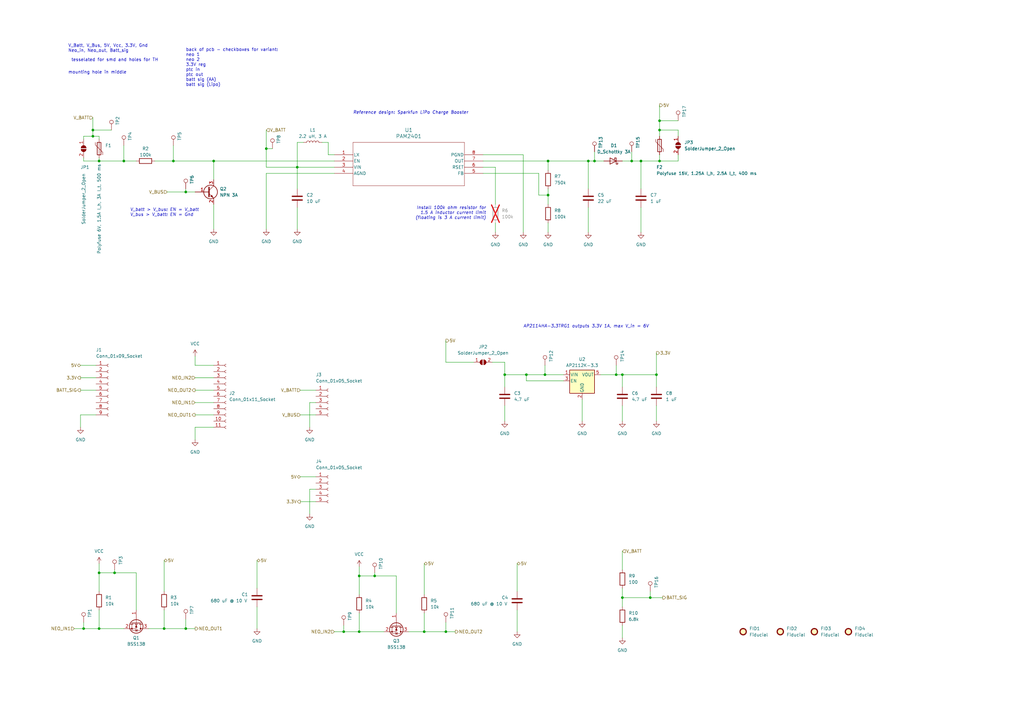
<source format=kicad_sch>
(kicad_sch (version 20230121) (generator eeschema)
  (paper "A3")
  (lib_symbols
    (symbol "!EK_Library:2N2222" (pin_names (offset 0) hide)
      (property "Reference" "Q" (at 5.08 1.905 0))
      (property "Value" "2N2222" (at 5.08 0 0))
      (symbol "2N2222_0_1"
        (polyline (pts (xy 0.635 0.635) (xy 2.54 2.54)))
        (polyline (pts (xy 0.635 -0.635) (xy 2.54 -2.54) (xy 2.54 -2.54)))
        (polyline (pts (xy 0.635 1.905) (xy 0.635 -1.905) (xy 0.635 -1.905)) (stroke (width 0.508)))
        (polyline (pts (xy 1.27 -1.778) (xy 1.778 -1.27) (xy 2.286 -2.286) (xy 1.27 -1.778) (xy 1.27 -1.778)) (fill (type outline)))
        (circle (center 1.27 0) (radius 2.8194) (stroke (width 0.254)))
      )
      (symbol "2N2222_1_1"
        (pin passive line (at -5.08 0 0) (length 5.715) (name "B") (number "1"))
        (pin passive line (at 2.54 -5.08 90) (length 2.54) (name "E") (number "2"))
        (pin passive line (at 2.54 5.08 270) (length 2.54) (name "C") (number "3"))
      )
    )
    (symbol "!EK_Library:PAM2401" (pin_names (offset 0.254))
      (property "Reference" "U" (at 22.86 5.08 0))
      (property "Value" "PAM2401" (at 22.86 2.54 0))
      (symbol "PAM2401_0_1"
        (polyline (pts (xy 0 -17.78) (xy 45.72 -17.78)) (stroke (width 0.127)))
        (polyline (pts (xy 0 0) (xy 0 -17.78)) (stroke (width 0.127)))
        (polyline (pts (xy 45.72 -17.78) (xy 45.72 0)) (stroke (width 0.127)))
        (polyline (pts (xy 45.72 0) (xy 0 0)) (stroke (width 0.127)))
        (pin unspecified line (at -7.62 -5.08 0) (length 7.62) (name "LX") (number "1"))
        (pin unspecified line (at -7.62 -7.62 0) (length 7.62) (name "EN") (number "2"))
        (pin input line (at -7.62 -10.16 0) (length 7.62) (name "VIN") (number "3"))
        (pin power_in line (at -7.62 -12.7 0) (length 7.62) (name "AGND") (number "4"))
        (pin unspecified line (at 53.34 -12.7 180) (length 7.62) (name "FB") (number "5"))
        (pin unspecified line (at 53.34 -10.16 180) (length 7.62) (name "RSET") (number "6"))
        (pin output line (at 53.34 -7.62 180) (length 7.62) (name "OUT") (number "7"))
        (pin power_in line (at 53.34 -5.08 180) (length 7.62) (name "PGND") (number "8"))
      )
    )
    (symbol "Connector:Conn_01x05_Socket" (pin_names (offset 1.016) hide)
      (property "Reference" "J" (at 0 7.62 0))
      (property "Value" "Conn_01x05_Socket" (at 0 -7.62 0))
      (symbol "Conn_01x05_Socket_1_1"
        (arc (start 0 -4.572) (mid -0.5058 -5.08) (end 0 -5.588) (stroke (width 0.1524)))
        (arc (start 0 -2.032) (mid -0.5058 -2.54) (end 0 -3.048) (stroke (width 0.1524)))
        (polyline (pts (xy -1.27 -5.08) (xy -0.508 -5.08)) (stroke (width 0.1524)))
        (polyline (pts (xy -1.27 -2.54) (xy -0.508 -2.54)) (stroke (width 0.1524)))
        (polyline (pts (xy -1.27 0) (xy -0.508 0)) (stroke (width 0.1524)))
        (polyline (pts (xy -1.27 2.54) (xy -0.508 2.54)) (stroke (width 0.1524)))
        (polyline (pts (xy -1.27 5.08) (xy -0.508 5.08)) (stroke (width 0.1524)))
        (arc (start 0 0.508) (mid -0.5058 0) (end 0 -0.508) (stroke (width 0.1524)))
        (arc (start 0 3.048) (mid -0.5058 2.54) (end 0 2.032) (stroke (width 0.1524)))
        (arc (start 0 5.588) (mid -0.5058 5.08) (end 0 4.572) (stroke (width 0.1524)))
        (pin passive line (at -5.08 5.08 0) (length 3.81) (name "Pin_1") (number "1"))
        (pin passive line (at -5.08 2.54 0) (length 3.81) (name "Pin_2") (number "2"))
        (pin passive line (at -5.08 0 0) (length 3.81) (name "Pin_3") (number "3"))
        (pin passive line (at -5.08 -2.54 0) (length 3.81) (name "Pin_4") (number "4"))
        (pin passive line (at -5.08 -5.08 0) (length 3.81) (name "Pin_5") (number "5"))
      )
    )
    (symbol "Connector:Conn_01x09_Socket" (pin_names (offset 1.016) hide)
      (property "Reference" "J" (at 0 12.7 0))
      (property "Value" "Conn_01x09_Socket" (at 0 -12.7 0))
      (symbol "Conn_01x09_Socket_1_1"
        (arc (start 0 -9.652) (mid -0.5058 -10.16) (end 0 -10.668) (stroke (width 0.1524)))
        (arc (start 0 -7.112) (mid -0.5058 -7.62) (end 0 -8.128) (stroke (width 0.1524)))
        (arc (start 0 -4.572) (mid -0.5058 -5.08) (end 0 -5.588) (stroke (width 0.1524)))
        (arc (start 0 -2.032) (mid -0.5058 -2.54) (end 0 -3.048) (stroke (width 0.1524)))
        (polyline (pts (xy -1.27 -10.16) (xy -0.508 -10.16)) (stroke (width 0.1524)))
        (polyline (pts (xy -1.27 -7.62) (xy -0.508 -7.62)) (stroke (width 0.1524)))
        (polyline (pts (xy -1.27 -5.08) (xy -0.508 -5.08)) (stroke (width 0.1524)))
        (polyline (pts (xy -1.27 -2.54) (xy -0.508 -2.54)) (stroke (width 0.1524)))
        (polyline (pts (xy -1.27 0) (xy -0.508 0)) (stroke (width 0.1524)))
        (polyline (pts (xy -1.27 2.54) (xy -0.508 2.54)) (stroke (width 0.1524)))
        (polyline (pts (xy -1.27 5.08) (xy -0.508 5.08)) (stroke (width 0.1524)))
        (polyline (pts (xy -1.27 7.62) (xy -0.508 7.62)) (stroke (width 0.1524)))
        (polyline (pts (xy -1.27 10.16) (xy -0.508 10.16)) (stroke (width 0.1524)))
        (arc (start 0 0.508) (mid -0.5058 0) (end 0 -0.508) (stroke (width 0.1524)))
        (arc (start 0 3.048) (mid -0.5058 2.54) (end 0 2.032) (stroke (width 0.1524)))
        (arc (start 0 5.588) (mid -0.5058 5.08) (end 0 4.572) (stroke (width 0.1524)))
        (arc (start 0 8.128) (mid -0.5058 7.62) (end 0 7.112) (stroke (width 0.1524)))
        (arc (start 0 10.668) (mid -0.5058 10.16) (end 0 9.652) (stroke (width 0.1524)))
        (pin passive line (at -5.08 10.16 0) (length 3.81) (name "Pin_1") (number "1"))
        (pin passive line (at -5.08 7.62 0) (length 3.81) (name "Pin_2") (number "2"))
        (pin passive line (at -5.08 5.08 0) (length 3.81) (name "Pin_3") (number "3"))
        (pin passive line (at -5.08 2.54 0) (length 3.81) (name "Pin_4") (number "4"))
        (pin passive line (at -5.08 0 0) (length 3.81) (name "Pin_5") (number "5"))
        (pin passive line (at -5.08 -2.54 0) (length 3.81) (name "Pin_6") (number "6"))
        (pin passive line (at -5.08 -5.08 0) (length 3.81) (name "Pin_7") (number "7"))
        (pin passive line (at -5.08 -7.62 0) (length 3.81) (name "Pin_8") (number "8"))
        (pin passive line (at -5.08 -10.16 0) (length 3.81) (name "Pin_9") (number "9"))
      )
    )
    (symbol "Connector:Conn_01x11_Socket" (pin_names (offset 1.016) hide)
      (property "Reference" "J" (at 0 15.24 0))
      (property "Value" "Conn_01x11_Socket" (at 0 -15.24 0))
      (symbol "Conn_01x11_Socket_1_1"
        (arc (start 0 -12.192) (mid -0.5058 -12.7) (end 0 -13.208) (stroke (width 0.1524)))
        (arc (start 0 -9.652) (mid -0.5058 -10.16) (end 0 -10.668) (stroke (width 0.1524)))
        (arc (start 0 -7.112) (mid -0.5058 -7.62) (end 0 -8.128) (stroke (width 0.1524)))
        (arc (start 0 -4.572) (mid -0.5058 -5.08) (end 0 -5.588) (stroke (width 0.1524)))
        (arc (start 0 -2.032) (mid -0.5058 -2.54) (end 0 -3.048) (stroke (width 0.1524)))
        (polyline (pts (xy -1.27 -12.7) (xy -0.508 -12.7)) (stroke (width 0.1524)))
        (polyline (pts (xy -1.27 -10.16) (xy -0.508 -10.16)) (stroke (width 0.1524)))
        (polyline (pts (xy -1.27 -7.62) (xy -0.508 -7.62)) (stroke (width 0.1524)))
        (polyline (pts (xy -1.27 -5.08) (xy -0.508 -5.08)) (stroke (width 0.1524)))
        (polyline (pts (xy -1.27 -2.54) (xy -0.508 -2.54)) (stroke (width 0.1524)))
        (polyline (pts (xy -1.27 0) (xy -0.508 0)) (stroke (width 0.1524)))
        (polyline (pts (xy -1.27 2.54) (xy -0.508 2.54)) (stroke (width 0.1524)))
        (polyline (pts (xy -1.27 5.08) (xy -0.508 5.08)) (stroke (width 0.1524)))
        (polyline (pts (xy -1.27 7.62) (xy -0.508 7.62)) (stroke (width 0.1524)))
        (polyline (pts (xy -1.27 10.16) (xy -0.508 10.16)) (stroke (width 0.1524)))
        (polyline (pts (xy -1.27 12.7) (xy -0.508 12.7)) (stroke (width 0.1524)))
        (arc (start 0 0.508) (mid -0.5058 0) (end 0 -0.508) (stroke (width 0.1524)))
        (arc (start 0 3.048) (mid -0.5058 2.54) (end 0 2.032) (stroke (width 0.1524)))
        (arc (start 0 5.588) (mid -0.5058 5.08) (end 0 4.572) (stroke (width 0.1524)))
        (arc (start 0 8.128) (mid -0.5058 7.62) (end 0 7.112) (stroke (width 0.1524)))
        (arc (start 0 10.668) (mid -0.5058 10.16) (end 0 9.652) (stroke (width 0.1524)))
        (arc (start 0 13.208) (mid -0.5058 12.7) (end 0 12.192) (stroke (width 0.1524)))
        (pin passive line (at -5.08 12.7 0) (length 3.81) (name "Pin_1") (number "1"))
        (pin passive line (at -5.08 -10.16 0) (length 3.81) (name "Pin_10") (number "10"))
        (pin passive line (at -5.08 -12.7 0) (length 3.81) (name "Pin_11") (number "11"))
        (pin passive line (at -5.08 10.16 0) (length 3.81) (name "Pin_2") (number "2"))
        (pin passive line (at -5.08 7.62 0) (length 3.81) (name "Pin_3") (number "3"))
        (pin passive line (at -5.08 5.08 0) (length 3.81) (name "Pin_4") (number "4"))
        (pin passive line (at -5.08 2.54 0) (length 3.81) (name "Pin_5") (number "5"))
        (pin passive line (at -5.08 0 0) (length 3.81) (name "Pin_6") (number "6"))
        (pin passive line (at -5.08 -2.54 0) (length 3.81) (name "Pin_7") (number "7"))
        (pin passive line (at -5.08 -5.08 0) (length 3.81) (name "Pin_8") (number "8"))
        (pin passive line (at -5.08 -7.62 0) (length 3.81) (name "Pin_9") (number "9"))
      )
    )
    (symbol "Connector:TestPoint" (pin_numbers hide) (pin_names (offset 0.762) hide)
      (property "Reference" "TP" (at 0 6.858 0))
      (property "Value" "TestPoint" (at 0 5.08 0))
      (symbol "TestPoint_0_1"
        (circle (center 0 3.302) (radius 0.762))
      )
      (symbol "TestPoint_1_1"
        (pin passive line (at 0 0 90) (length 2.54) (name "1") (number "1"))
      )
    )
    (symbol "Device:C" (pin_numbers hide) (pin_names (offset 0.254))
      (property "Reference" "C" (at 0.635 2.54 0))
      (property "Value" "C" (at 0.635 -2.54 0))
      (symbol "C_0_1"
        (polyline (pts (xy -2.032 -0.762) (xy 2.032 -0.762)) (stroke (width 0.508)))
        (polyline (pts (xy -2.032 0.762) (xy 2.032 0.762)) (stroke (width 0.508)))
      )
      (symbol "C_1_1"
        (pin passive line (at 0 3.81 270) (length 2.794) (name "~") (number "1"))
        (pin passive line (at 0 -3.81 90) (length 2.794) (name "~") (number "2"))
      )
    )
    (symbol "Device:D_Schottky" (pin_numbers hide) (pin_names (offset 1.016) hide)
      (property "Reference" "D" (at 0 2.54 0))
      (property "Value" "D_Schottky" (at 0 -2.54 0))
      (symbol "D_Schottky_0_1"
        (polyline (pts (xy 1.27 0) (xy -1.27 0)))
        (polyline (pts (xy 1.27 1.27) (xy 1.27 -1.27) (xy -1.27 0) (xy 1.27 1.27)) (stroke (width 0.254)))
        (polyline (pts (xy -1.905 0.635) (xy -1.905 1.27) (xy -1.27 1.27) (xy -1.27 -1.27) (xy -0.635 -1.27) (xy -0.635 -0.635)) (stroke (width 0.254)))
      )
      (symbol "D_Schottky_1_1"
        (pin passive line (at -3.81 0 0) (length 2.54) (name "K") (number "1"))
        (pin passive line (at 3.81 0 180) (length 2.54) (name "A") (number "2"))
      )
    )
    (symbol "Device:L" (pin_numbers hide) (pin_names (offset 1.016) hide)
      (property "Reference" "L" (at -1.27 0 90))
      (property "Value" "L" (at 1.905 0 90))
      (symbol "L_0_1"
        (arc (start 0 -2.54) (mid 0.6323 -1.905) (end 0 -1.27))
        (arc (start 0 -1.27) (mid 0.6323 -0.635) (end 0 0))
        (arc (start 0 0) (mid 0.6323 0.635) (end 0 1.27))
        (arc (start 0 1.27) (mid 0.6323 1.905) (end 0 2.54))
      )
      (symbol "L_1_1"
        (pin passive line (at 0 3.81 270) (length 1.27) (name "1") (number "1"))
        (pin passive line (at 0 -3.81 90) (length 1.27) (name "2") (number "2"))
      )
    )
    (symbol "Device:Polyfuse" (pin_numbers hide) (pin_names (offset 0))
      (property "Reference" "F" (at -2.54 0 90))
      (property "Value" "Polyfuse" (at 2.54 0 90))
      (symbol "Polyfuse_0_1"
        (rectangle (start -0.762 2.54) (end 0.762 -2.54) (stroke (width 0.254)))
        (polyline (pts (xy 0 2.54) (xy 0 -2.54)))
        (polyline (pts (xy -1.524 2.54) (xy -1.524 1.524) (xy 1.524 -1.524) (xy 1.524 -2.54)))
      )
      (symbol "Polyfuse_1_1"
        (pin passive line (at 0 3.81 270) (length 1.27) (name "~") (number "1"))
        (pin passive line (at 0 -3.81 90) (length 1.27) (name "~") (number "2"))
      )
    )
    (symbol "Device:R" (pin_numbers hide) (pin_names (offset 0))
      (property "Reference" "R" (at 2.032 0 90))
      (property "Value" "R" (at 0 0 90))
      (symbol "R_0_1"
        (rectangle (start -1.016 -2.54) (end 1.016 2.54) (stroke (width 0.254)))
      )
      (symbol "R_1_1"
        (pin passive line (at 0 3.81 270) (length 1.27) (name "~") (number "1"))
        (pin passive line (at 0 -3.81 90) (length 1.27) (name "~") (number "2"))
      )
    )
    (symbol "Jumper:SolderJumper_2_Open" (pin_names (offset 0) hide)
      (property "Reference" "JP" (at 0 2.032 0))
      (property "Value" "SolderJumper_2_Open" (at 0 -2.54 0))
      (symbol "SolderJumper_2_Open_0_1"
        (arc (start -0.254 1.016) (mid -1.2656 0) (end -0.254 -1.016))
        (arc (start -0.254 1.016) (mid -1.2656 0) (end -0.254 -1.016) (fill (type outline)))
        (polyline (pts (xy -0.254 1.016) (xy -0.254 -1.016)))
        (polyline (pts (xy 0.254 1.016) (xy 0.254 -1.016)))
        (arc (start 0.254 -1.016) (mid 1.2656 0) (end 0.254 1.016))
        (arc (start 0.254 -1.016) (mid 1.2656 0) (end 0.254 1.016) (fill (type outline)))
      )
      (symbol "SolderJumper_2_Open_1_1"
        (pin passive line (at -3.81 0 0) (length 2.54) (name "A") (number "1"))
        (pin passive line (at 3.81 0 180) (length 2.54) (name "B") (number "2"))
      )
    )
    (symbol "Mechanical:Fiducial"
      (property "Reference" "FID" (at 0 5.08 0))
      (property "Value" "Fiducial" (at 0 3.175 0))
      (symbol "Fiducial_0_1"
        (circle (center 0 0) (radius 1.27) (stroke (width 0.508)) (fill (type background)))
      )
    )
    (symbol "Regulator_Linear:AP2112K-3.3" (pin_names (offset 0.254))
      (property "Reference" "U" (at -5.08 5.715 0))
      (property "Value" "AP2112K-3.3" (at 0 5.715 0))
      (symbol "AP2112K-3.3_0_1"
        (rectangle (start -5.08 4.445) (end 5.08 -5.08) (stroke (width 0.254)) (fill (type background)))
      )
      (symbol "AP2112K-3.3_1_1"
        (pin power_in line (at -7.62 2.54 0) (length 2.54) (name "VIN") (number "1"))
        (pin power_in line (at 0 -7.62 90) (length 2.54) (name "GND") (number "2"))
        (pin input line (at -7.62 0 0) (length 2.54) (name "EN") (number "3"))
        (pin no_connect line (at 5.08 0 180) (length 2.54) hide (name "NC") (number "4"))
        (pin power_out line (at 7.62 2.54 180) (length 2.54) (name "VOUT") (number "5"))
      )
    )
    (symbol "Transistor_FET:BSS138" (pin_names hide)
      (property "Reference" "Q" (at 5.08 1.905 0))
      (property "Value" "BSS138" (at 5.08 0 0))
      (symbol "BSS138_0_1"
        (polyline (pts (xy 0.254 0) (xy -2.54 0)))
        (polyline (pts (xy 0.254 1.905) (xy 0.254 -1.905)) (stroke (width 0.254)))
        (polyline (pts (xy 0.762 -1.27) (xy 0.762 -2.286)) (stroke (width 0.254)))
        (polyline (pts (xy 0.762 0.508) (xy 0.762 -0.508)) (stroke (width 0.254)))
        (polyline (pts (xy 0.762 2.286) (xy 0.762 1.27)) (stroke (width 0.254)))
        (polyline (pts (xy 2.54 2.54) (xy 2.54 1.778)))
        (polyline (pts (xy 2.54 -2.54) (xy 2.54 0) (xy 0.762 0)))
        (polyline (pts (xy 0.762 -1.778) (xy 3.302 -1.778) (xy 3.302 1.778) (xy 0.762 1.778)))
        (polyline (pts (xy 1.016 0) (xy 2.032 0.381) (xy 2.032 -0.381) (xy 1.016 0)) (fill (type outline)))
        (polyline (pts (xy 2.794 0.508) (xy 2.921 0.381) (xy 3.683 0.381) (xy 3.81 0.254)))
        (polyline (pts (xy 3.302 0.381) (xy 2.921 -0.254) (xy 3.683 -0.254) (xy 3.302 0.381)))
        (circle (center 1.651 0) (radius 2.794) (stroke (width 0.254)))
        (circle (center 2.54 -1.778) (radius 0.254) (fill (type outline)))
        (circle (center 2.54 1.778) (radius 0.254) (fill (type outline)))
      )
      (symbol "BSS138_1_1"
        (pin input line (at -5.08 0 0) (length 2.54) (name "G") (number "1"))
        (pin passive line (at 2.54 -5.08 90) (length 2.54) (name "S") (number "2"))
        (pin passive line (at 2.54 5.08 270) (length 2.54) (name "D") (number "3"))
      )
    )
    (symbol "power:GND" (power) (pin_names (offset 0))
      (property "Value" "GND" (at 0 -3.81 0))
      (symbol "GND_0_1"
        (polyline (pts (xy 0 0) (xy 0 -1.27) (xy 1.27 -1.27) (xy 0 -2.54) (xy -1.27 -1.27) (xy 0 -1.27)))
      )
      (symbol "GND_1_1"
        (pin power_in line (at 0 0 270) (length 0) hide (name "GND") (number "1"))
      )
    )
    (symbol "power:VCC" (power) (pin_names (offset 0))
      (property "Value" "VCC" (at 0 3.81 0))
      (symbol "VCC_0_1"
        (polyline (pts (xy -0.762 1.27) (xy 0 2.54)))
        (polyline (pts (xy 0 0) (xy 0 2.54)))
        (polyline (pts (xy 0 2.54) (xy 0.762 1.27)))
      )
      (symbol "VCC_1_1"
        (pin power_in line (at 0 0 90) (length 0) hide (name "VCC") (number "1"))
      )
    )
  )
  (junction (at 67.31 257.81))
  (junction (at 40.64 257.81))
  (junction (at 224.79 80.01))
  (junction (at 223.52 153.67))
  (junction (at 121.92 68.58))
  (junction (at 50.8 66.04))
  (junction (at 269.24 153.67))
  (junction (at 224.79 66.04))
  (junction (at 173.99 259.08))
  (junction (at 259.08 66.04))
  (junction (at 270.51 49.53))
  (junction (at 109.22 60.96))
  (junction (at 147.32 236.22))
  (junction (at 266.7 245.11))
  (junction (at 40.64 234.95))
  (junction (at 71.12 66.04))
  (junction (at 252.73 153.67))
  (junction (at 140.97 259.08))
  (junction (at 262.89 66.04))
  (junction (at 40.64 66.04))
  (junction (at 270.51 66.04))
  (junction (at 241.3 66.04))
  (junction (at 38.1 55.88))
  (junction (at 46.99 234.95))
  (junction (at 215.9 153.67))
  (junction (at 270.51 53.34))
  (junction (at 243.84 66.04))
  (junction (at 38.1 53.34))
  (junction (at 147.32 259.08))
  (junction (at 87.63 66.04))
  (junction (at 207.01 153.67))
  (junction (at 76.2 78.74))
  (junction (at 153.67 236.22))
  (junction (at 34.29 257.81))
  (junction (at 255.27 245.11))
  (junction (at 76.2 257.81))
  (junction (at 255.27 153.67))
  (junction (at 182.88 259.08))
  (wire (pts (xy 30.48 257.81) (xy 34.29 257.81)))
  (wire (pts (xy 33.02 170.18) (xy 33.02 175.26)))
  (wire (pts (xy 252.73 149.86) (xy 252.73 153.67)))
  (wire (pts (xy 71.12 59.69) (xy 71.12 66.04)))
  (wire (pts (xy 33.02 149.86) (xy 39.37 149.86)))
  (wire (pts (xy 207.01 148.59) (xy 207.01 153.67)))
  (wire (pts (xy 40.64 234.95) (xy 40.64 242.57)))
  (wire (pts (xy 238.76 163.83) (xy 238.76 172.72)))
  (wire (pts (xy 147.32 236.22) (xy 153.67 236.22)))
  (wire (pts (xy 198.12 63.5) (xy 214.63 63.5)))
  (wire (pts (xy 262.89 85.09) (xy 262.89 95.25)))
  (wire (pts (xy 55.88 234.95) (xy 55.88 250.19)))
  (wire (pts (xy 50.8 59.69) (xy 50.8 66.04)))
  (wire (pts (xy 255.27 153.67) (xy 255.27 158.75)))
  (wire (pts (xy 269.24 144.78) (xy 269.24 153.67)))
  (wire (pts (xy 262.89 66.04) (xy 270.51 66.04)))
  (wire (pts (xy 60.96 257.81) (xy 67.31 257.81)))
  (wire (pts (xy 33.02 160.02) (xy 39.37 160.02)))
  (wire (pts (xy 127 165.1) (xy 129.54 165.1)))
  (wire (pts (xy 259.08 62.23) (xy 259.08 66.04)))
  (wire (pts (xy 80.01 170.18) (xy 87.63 170.18)))
  (wire (pts (xy 270.51 43.18) (xy 270.51 49.53)))
  (wire (pts (xy 80.01 165.1) (xy 87.63 165.1)))
  (wire (pts (xy 252.73 153.67) (xy 255.27 153.67)))
  (wire (pts (xy 153.67 234.95) (xy 153.67 236.22)))
  (wire (pts (xy 224.79 77.47) (xy 224.79 80.01)))
  (wire (pts (xy 67.31 229.87) (xy 67.31 242.57)))
  (wire (pts (xy 153.67 236.22) (xy 162.56 236.22)))
  (wire (pts (xy 212.09 250.19) (xy 212.09 259.08)))
  (wire (pts (xy 198.12 66.04) (xy 224.79 66.04)))
  (wire (pts (xy 109.22 60.96) (xy 109.22 68.58)))
  (wire (pts (xy 127 200.66) (xy 127 210.82)))
  (wire (pts (xy 255.27 241.3) (xy 255.27 245.11)))
  (wire (pts (xy 278.13 66.04) (xy 270.51 66.04)))
  (wire (pts (xy 40.64 231.14) (xy 40.64 234.95)))
  (wire (pts (xy 270.51 49.53) (xy 278.13 49.53)))
  (wire (pts (xy 33.02 154.94) (xy 39.37 154.94)))
  (wire (pts (xy 223.52 149.86) (xy 223.52 153.67)))
  (wire (pts (xy 109.22 71.12) (xy 109.22 93.98)))
  (wire (pts (xy 147.32 236.22) (xy 147.32 243.84)))
  (wire (pts (xy 123.19 195.58) (xy 129.54 195.58)))
  (wire (pts (xy 255.27 245.11) (xy 255.27 248.92)))
  (wire (pts (xy 140.97 259.08) (xy 147.32 259.08)))
  (wire (pts (xy 270.51 49.53) (xy 270.51 53.34)))
  (wire (pts (xy 40.64 64.77) (xy 40.64 66.04)))
  (wire (pts (xy 34.29 64.77) (xy 34.29 66.04)))
  (wire (pts (xy 207.01 166.37) (xy 207.01 172.72)))
  (wire (pts (xy 255.27 166.37) (xy 255.27 172.72)))
  (wire (pts (xy 105.41 229.87) (xy 105.41 241.3)))
  (wire (pts (xy 123.19 170.18) (xy 129.54 170.18)))
  (wire (pts (xy 87.63 83.82) (xy 87.63 93.98)))
  (wire (pts (xy 224.79 80.01) (xy 224.79 83.82)))
  (wire (pts (xy 215.9 156.21) (xy 215.9 153.67)))
  (wire (pts (xy 109.22 60.96) (xy 111.76 60.96)))
  (wire (pts (xy 255.27 256.54) (xy 255.27 261.62)))
  (wire (pts (xy 270.51 53.34) (xy 278.13 53.34)))
  (wire (pts (xy 87.63 175.26) (xy 80.01 175.26)))
  (wire (pts (xy 137.16 259.08) (xy 140.97 259.08)))
  (wire (pts (xy 80.01 78.74) (xy 76.2 78.74)))
  (wire (pts (xy 255.27 245.11) (xy 266.7 245.11)))
  (wire (pts (xy 266.7 242.57) (xy 266.7 245.11)))
  (wire (pts (xy 80.01 160.02) (xy 87.63 160.02)))
  (wire (pts (xy 87.63 73.66) (xy 87.63 66.04)))
  (wire (pts (xy 270.51 66.04) (xy 270.51 63.5)))
  (wire (pts (xy 38.1 53.34) (xy 45.72 53.34)))
  (wire (pts (xy 231.14 153.67) (xy 223.52 153.67)))
  (wire (pts (xy 241.3 85.09) (xy 241.3 95.25)))
  (wire (pts (xy 34.29 257.81) (xy 40.64 257.81)))
  (wire (pts (xy 71.12 66.04) (xy 87.63 66.04)))
  (wire (pts (xy 121.92 68.58) (xy 109.22 68.58)))
  (wire (pts (xy 50.8 66.04) (xy 55.88 66.04)))
  (wire (pts (xy 134.62 63.5) (xy 134.62 58.42)))
  (wire (pts (xy 147.32 232.41) (xy 147.32 236.22)))
  (wire (pts (xy 269.24 153.67) (xy 269.24 158.75)))
  (wire (pts (xy 40.64 55.88) (xy 38.1 55.88)))
  (wire (pts (xy 243.84 62.23) (xy 243.84 66.04)))
  (wire (pts (xy 224.79 66.04) (xy 241.3 66.04)))
  (wire (pts (xy 241.3 66.04) (xy 241.3 77.47)))
  (wire (pts (xy 40.64 257.81) (xy 50.8 257.81)))
  (wire (pts (xy 68.58 78.74) (xy 76.2 78.74)))
  (wire (pts (xy 63.5 66.04) (xy 71.12 66.04)))
  (wire (pts (xy 105.41 248.92) (xy 105.41 257.81)))
  (wire (pts (xy 40.64 250.19) (xy 40.64 257.81)))
  (wire (pts (xy 80.01 175.26) (xy 80.01 180.34)))
  (wire (pts (xy 76.2 254) (xy 76.2 257.81)))
  (wire (pts (xy 207.01 153.67) (xy 207.01 158.75)))
  (wire (pts (xy 87.63 66.04) (xy 137.16 66.04)))
  (wire (pts (xy 38.1 48.26) (xy 38.1 53.34)))
  (wire (pts (xy 109.22 71.12) (xy 137.16 71.12)))
  (wire (pts (xy 173.99 259.08) (xy 173.99 251.46)))
  (wire (pts (xy 147.32 259.08) (xy 157.48 259.08)))
  (wire (pts (xy 255.27 226.06) (xy 255.27 233.68)))
  (wire (pts (xy 201.93 148.59) (xy 207.01 148.59)))
  (wire (pts (xy 127 165.1) (xy 127 175.26)))
  (wire (pts (xy 259.08 66.04) (xy 262.89 66.04)))
  (wire (pts (xy 198.12 68.58) (xy 203.2 68.58)))
  (wire (pts (xy 198.12 71.12) (xy 220.98 71.12)))
  (wire (pts (xy 224.79 80.01) (xy 220.98 80.01)))
  (wire (pts (xy 173.99 259.08) (xy 182.88 259.08)))
  (wire (pts (xy 255.27 66.04) (xy 259.08 66.04)))
  (wire (pts (xy 212.09 231.14) (xy 212.09 242.57)))
  (wire (pts (xy 46.99 233.68) (xy 46.99 234.95)))
  (wire (pts (xy 76.2 77.47) (xy 76.2 78.74)))
  (wire (pts (xy 40.64 234.95) (xy 46.99 234.95)))
  (wire (pts (xy 67.31 257.81) (xy 67.31 250.19)))
  (wire (pts (xy 182.88 259.08) (xy 186.69 259.08)))
  (wire (pts (xy 182.88 148.59) (xy 182.88 139.7)))
  (wire (pts (xy 132.08 58.42) (xy 134.62 58.42)))
  (wire (pts (xy 220.98 80.01) (xy 220.98 71.12)))
  (wire (pts (xy 121.92 68.58) (xy 121.92 77.47)))
  (wire (pts (xy 147.32 251.46) (xy 147.32 259.08)))
  (wire (pts (xy 224.79 91.44) (xy 224.79 95.25)))
  (wire (pts (xy 123.19 160.02) (xy 129.54 160.02)))
  (wire (pts (xy 262.89 77.47) (xy 262.89 66.04)))
  (wire (pts (xy 121.92 58.42) (xy 121.92 68.58)))
  (wire (pts (xy 167.64 259.08) (xy 173.99 259.08)))
  (wire (pts (xy 214.63 63.5) (xy 214.63 95.25)))
  (wire (pts (xy 80.01 149.86) (xy 80.01 146.05)))
  (wire (pts (xy 109.22 53.34) (xy 109.22 60.96)))
  (wire (pts (xy 121.92 85.09) (xy 121.92 93.98)))
  (wire (pts (xy 266.7 245.11) (xy 271.78 245.11)))
  (wire (pts (xy 67.31 257.81) (xy 76.2 257.81)))
  (wire (pts (xy 34.29 55.88) (xy 38.1 55.88)))
  (wire (pts (xy 121.92 68.58) (xy 137.16 68.58)))
  (wire (pts (xy 173.99 231.14) (xy 173.99 243.84)))
  (wire (pts (xy 123.19 205.74) (xy 129.54 205.74)))
  (wire (pts (xy 215.9 153.67) (xy 223.52 153.67)))
  (wire (pts (xy 40.64 57.15) (xy 40.64 55.88)))
  (wire (pts (xy 246.38 153.67) (xy 252.73 153.67)))
  (wire (pts (xy 127 200.66) (xy 129.54 200.66)))
  (wire (pts (xy 46.99 234.95) (xy 55.88 234.95)))
  (wire (pts (xy 203.2 91.44) (xy 203.2 95.25)))
  (wire (pts (xy 162.56 236.22) (xy 162.56 251.46)))
  (wire (pts (xy 34.29 255.27) (xy 34.29 257.81)))
  (wire (pts (xy 140.97 256.54) (xy 140.97 259.08)))
  (wire (pts (xy 80.01 154.94) (xy 87.63 154.94)))
  (wire (pts (xy 207.01 153.67) (xy 215.9 153.67)))
  (wire (pts (xy 194.31 148.59) (xy 182.88 148.59)))
  (wire (pts (xy 38.1 53.34) (xy 38.1 55.88)))
  (wire (pts (xy 241.3 66.04) (xy 243.84 66.04)))
  (wire (pts (xy 87.63 149.86) (xy 80.01 149.86)))
  (wire (pts (xy 270.51 53.34) (xy 270.51 55.88)))
  (wire (pts (xy 278.13 53.34) (xy 278.13 55.88)))
  (wire (pts (xy 255.27 153.67) (xy 269.24 153.67)))
  (wire (pts (xy 40.64 66.04) (xy 50.8 66.04)))
  (wire (pts (xy 224.79 66.04) (xy 224.79 69.85)))
  (wire (pts (xy 278.13 63.5) (xy 278.13 66.04)))
  (wire (pts (xy 231.14 156.21) (xy 215.9 156.21)))
  (wire (pts (xy 243.84 66.04) (xy 247.65 66.04)))
  (wire (pts (xy 137.16 63.5) (xy 134.62 63.5)))
  (wire (pts (xy 39.37 170.18) (xy 33.02 170.18)))
  (wire (pts (xy 34.29 66.04) (xy 40.64 66.04)))
  (wire (pts (xy 124.46 58.42) (xy 121.92 58.42)))
  (wire (pts (xy 203.2 68.58) (xy 203.2 83.82)))
  (wire (pts (xy 34.29 55.88) (xy 34.29 57.15)))
  (wire (pts (xy 269.24 166.37) (xy 269.24 172.72)))
  (wire (pts (xy 182.88 255.27) (xy 182.88 259.08)))
  (wire (pts (xy 76.2 257.81) (xy 80.01 257.81)))
  (text "tesselated for smd and holes for TH" (at 29.21 25.4 0) (effects (font (size 1.27 1.27)) (justify left bottom)))
  (text "Reference design: Sparkfun LiPo Charge Booster" (at 144.78 46.99 0) (effects (font (size 1.27 1.27) italic) (justify left bottom)))
  (text "V_batt > V_bus: EN = V_batt\nV_bus > V_batt: EN = Gnd" (at 53.34 88.9 0) (effects (font (size 1.27 1.27) italic) (justify left bottom)))
  (text "mounting hole in middle" (at 27.94 30.48 0) (effects (font (size 1.27 1.27)) (justify left bottom)))
  (text "AP2114HA-3.3TRG1 outputs 3.3V 1A, max V_in = 6V" (at 214.63 134.62 0) (effects (font (size 1.27 1.27) italic) (justify left bottom)))
  (text "V_Batt, V_Bus, 5V, Vcc, 3.3V, Gnd\nNeo_in, Neo_out, Batt_sig" (at 27.94 21.59 0) (effects (font (size 1.27 1.27)) (justify left bottom)))
  (text "Install 100k ohm resistor for\n1.5 A inductor current limit\n(floating is 3 A current limit)" (at 199.39 90.17 0) (effects (font (size 1.27 1.27) italic) (justify right bottom)))
  (text "back of pcb - checkboxes for variant:\nneo 1\nneo 2\n3.3V reg\nptc in\nptc out\nbatt sig (AA)\nbatt sig (Lipo)\n" (at 76.2 35.56 0) (effects (font (size 1.27 1.27)) (justify left bottom)))
  (hierarchical_label "NEO_IN1" (shape input) (at 80.01 165.1 180))
  (hierarchical_label "V_BATT" (shape input) (at 38.1 48.26 180))
  (hierarchical_label "5V" (shape output) (at 270.51 43.18 0))
  (hierarchical_label "5V" (shape bidirectional) (at 67.31 229.87 0))
  (hierarchical_label "V_BUS" (shape input) (at 68.58 78.74 180))
  (hierarchical_label "BATT_SIG" (shape output) (at 33.02 160.02 180))
  (hierarchical_label "5V" (shape bidirectional) (at 33.02 149.86 180))
  (hierarchical_label "V_BATT" (shape input) (at 255.27 226.06 0))
  (hierarchical_label "V_BUS" (shape input) (at 123.19 170.18 180))
  (hierarchical_label "NEO_OUT2" (shape output) (at 80.01 160.02 180))
  (hierarchical_label "V_BATT" (shape input) (at 109.22 53.34 0))
  (hierarchical_label "NEO_IN2" (shape input) (at 80.01 154.94 180))
  (hierarchical_label "V_BATT" (shape input) (at 123.19 160.02 180))
  (hierarchical_label "BATT_SIG" (shape output) (at 271.78 245.11 0))
  (hierarchical_label "5V" (shape bidirectional) (at 123.19 195.58 180))
  (hierarchical_label "NEO_OUT1" (shape output) (at 80.01 257.81 0))
  (hierarchical_label "NEO_IN1" (shape input) (at 30.48 257.81 180))
  (hierarchical_label "3.3V" (shape output) (at 269.24 144.78 0))
  (hierarchical_label "NEO_IN2" (shape input) (at 137.16 259.08 180))
  (hierarchical_label "5V" (shape bidirectional) (at 173.99 231.14 0))
  (hierarchical_label "3.3V" (shape output) (at 33.02 154.94 180))
  (hierarchical_label "5V" (shape bidirectional) (at 105.41 229.87 0))
  (hierarchical_label "5V" (shape bidirectional) (at 212.09 231.14 0))
  (hierarchical_label "NEO_OUT1" (shape output) (at 80.01 170.18 180))
  (hierarchical_label "3.3V" (shape output) (at 123.19 205.74 180))
  (hierarchical_label "5V" (shape output) (at 182.88 139.7 0))
  (hierarchical_label "NEO_OUT2" (shape output) (at 186.69 259.08 0))
  (symbol (lib_id "Connector:TestPoint") (at 223.52 149.86 0) (unit 1)
    (property "Reference" "TP12" (at 226.06 146.05 90))
    (property "Value" "TestPoint" (effects hide))
    (property "Footprint" "TestPoint:TestPoint_Pad_D1.5mm" (effects hide))
  )
  (symbol (lib_id "Connector:TestPoint") (at 259.08 62.23 0) (unit 1)
    (property "Reference" "TP15" (at 261.62 58.42 90))
    (property "Value" "TestPoint" (effects hide))
    (property "Footprint" "TestPoint:TestPoint_Pad_D1.5mm" (effects hide))
  )
  (symbol (lib_id "Jumper:SolderJumper_2_Open") (at 198.12 148.59 0) (unit 1)
    (property "Reference" "JP2" (at 198.12 142.24 0))
    (property "Value" "SolderJumper_2_Open" (at 198.12 144.78 0))
    (property "Footprint" "Jumper:SolderJumper-2_P1.3mm_Open_RoundedPad1.0x1.5mm" (effects hide))
  )
  (symbol (lib_id "!EK_Library:2N2222") (at 85.09 78.74 0) (unit 1)
    (property "Reference" "Q2" (at 90.17 77.47 0) (effects (justify left)))
    (property "Value" "NPN 3A" (at 90.17 80.01 0) (effects (justify left)))
    (property "Footprint" "!EK_Library:2N2222-SOT-23-3" (effects hide))
    (property "Digikey" "3757-2SD1781A_R1_00001CT-ND" (effects hide))
    (property "Digikey2" "FMMT617CT-ND" (effects hide))
  )
  (symbol (lib_id "Device:R") (at 173.99 247.65 0) (unit 1)
    (property "Reference" "R5" (at 176.53 246.38 0) (effects (justify left)))
    (property "Value" "10k" (at 176.53 248.92 0) (effects (justify left)))
    (property "Footprint" "Resistor_SMD:R_1206_3216Metric_Pad1.30x1.75mm_HandSolder" (effects hide))
  )
  (symbol (lib_id "Device:Polyfuse") (at 270.51 59.69 180) (unit 1)
    (property "Reference" "F2" (at 269.24 68.58 0) (effects (justify right)))
    (property "Value" "Polyfuse 16V, 1.25A I_h, 2.5A I_t, 400 ms" (at 269.24 71.12 0) (effects (justify right)))
    (property "Footprint" "Fuse:Fuse_1812_4532Metric_Pad1.30x3.40mm_HandSolder" (effects hide))
    (property "Digikey" "MINISMDC150F-2CT-ND" (effects hide))
    (property "Digikey2" "F4160CT-ND" (effects hide))
  )
  (symbol (lib_id "Device:C") (at 262.89 81.28 0) (unit 1)
    (property "Reference" "C7" (at 266.7 80.01 0) (effects (justify left)))
    (property "Value" "1 uF" (at 266.7 82.55 0) (effects (justify left)))
    (property "Footprint" "Capacitor_SMD:C_1206_3216Metric_Pad1.33x1.80mm_HandSolder" (effects hide))
    (property "Digikey" "1276-3091-1-ND" (effects hide))
  )
  (symbol (lib_id "Device:D_Schottky") (at 251.46 66.04 180) (unit 1)
    (property "Reference" "D1" (at 251.7775 59.69 0))
    (property "Value" "D_Schottky 3A" (at 251.7775 62.23 0))
    (property "Footprint" "Diode_SMD:D_SOD-123" (effects hide))
    (property "Digikey" "1727-7481-1-ND" (effects hide))
    (property "Digikey2" "3757-SBA340AL_R1_00001CT-ND" (effects hide))
  )
  (symbol (lib_id "power:GND") (at 80.01 180.34 0) (unit 1)
    (property "Reference" "#PWR04" (effects hide))
    (property "Value" "GND" (at 80.01 185.42 0))
  )
  (symbol (lib_id "Connector:Conn_01x05_Socket") (at 134.62 200.66 0) (unit 1)
    (property "Reference" "J4" (at 129.54 189.23 0) (effects (justify left)))
    (property "Value" "Conn_01x05_Socket" (at 129.54 191.77 0) (effects (justify left)))
    (property "Footprint" "!EK_Library:Castellated_1x05_P2.54mm" (effects hide))
  )
  (symbol (lib_id "power:GND") (at 238.76 172.72 0) (unit 1)
    (property "Reference" "#PWR017" (effects hide))
    (property "Value" "GND" (at 238.76 177.8 0))
  )
  (symbol (lib_id "Device:R") (at 224.79 73.66 0) (unit 1)
    (property "Reference" "R7" (at 227.33 72.39 0) (effects (justify left)))
    (property "Value" "750k" (at 227.33 74.93 0) (effects (justify left)))
    (property "Footprint" "Resistor_SMD:R_1206_3216Metric_Pad1.30x1.75mm_HandSolder" (effects hide))
    (property "Digikey" "311-750KFRCT-ND" (effects hide))
  )
  (symbol (lib_id "Transistor_FET:BSS138") (at 55.88 255.27 270) (unit 1)
    (property "Reference" "Q1" (at 55.88 261.62 90))
    (property "Value" "BSS138" (at 55.88 264.16 90))
    (property "Footprint" "Package_TO_SOT_SMD:SOT-23" (effects hide))
    (property "Datasheet" "https://www.onsemi.com/pub/Collateral/BSS138-D.PDF" (effects hide))
  )
  (symbol (lib_id "Connector:TestPoint") (at 76.2 254 0) (unit 1)
    (property "Reference" "TP7" (at 78.74 250.19 90))
    (property "Value" "TestPoint" (effects hide))
    (property "Footprint" "TestPoint:TestPoint_Pad_D1.5mm" (effects hide))
  )
  (symbol (lib_id "Device:R") (at 255.27 237.49 0) (unit 1)
    (property "Reference" "R9" (at 257.81 236.22 0) (effects (justify left)))
    (property "Value" "100" (at 257.81 238.76 0) (effects (justify left)))
    (property "Footprint" "Resistor_SMD:R_1206_3216Metric_Pad1.30x1.75mm_HandSolder" (effects hide))
  )
  (symbol (lib_id "Device:C") (at 207.01 162.56 0) (unit 1)
    (property "Reference" "C3" (at 210.82 161.29 0) (effects (justify left)))
    (property "Value" "4.7 uF" (at 210.82 163.83 0) (effects (justify left)))
    (property "Footprint" "Capacitor_SMD:C_1206_3216Metric_Pad1.33x1.80mm_HandSolder" (effects hide))
    (property "Digikey" "1276-3181-1-ND" (effects hide))
  )
  (symbol (lib_id "Connector:TestPoint") (at 34.29 255.27 0) (unit 1)
    (property "Reference" "TP1" (at 36.83 251.46 90))
    (property "Value" "TestPoint" (effects hide))
    (property "Footprint" "TestPoint:TestPoint_Pad_D1.5mm" (effects hide))
  )
  (symbol (lib_id "Device:R") (at 40.64 246.38 0) (unit 1)
    (property "Reference" "R1" (at 43.18 245.11 0) (effects (justify left)))
    (property "Value" "10k" (at 43.18 247.65 0) (effects (justify left)))
    (property "Footprint" "Resistor_SMD:R_1206_3216Metric_Pad1.30x1.75mm_HandSolder" (effects hide))
  )
  (symbol (lib_id "Connector:TestPoint") (at 278.13 49.53 0) (unit 1)
    (property "Reference" "TP17" (at 280.67 45.72 90))
    (property "Value" "TestPoint" (effects hide))
    (property "Footprint" "TestPoint:TestPoint_Pad_D1.5mm" (effects hide))
  )
  (symbol (lib_id "power:VCC") (at 147.32 232.41 0) (unit 1)
    (property "Reference" "#PWR011" (effects hide))
    (property "Value" "VCC" (at 147.32 227.33 0))
  )
  (symbol (lib_id "Mechanical:Fiducial") (at 347.98 259.08 0) (unit 1)
    (property "Reference" "FID4" (at 350.52 257.81 0) (effects (justify left)))
    (property "Value" "Fiducial" (at 350.52 260.35 0) (effects (justify left)))
    (property "Footprint" "Fiducial:Fiducial_1mm_Mask2mm" (effects hide))
  )
  (symbol (lib_id "Connector:Conn_01x05_Socket") (at 134.62 165.1 0) (unit 1)
    (property "Reference" "J3" (at 129.54 153.67 0) (effects (justify left)))
    (property "Value" "Conn_01x05_Socket" (at 129.54 156.21 0) (effects (justify left)))
    (property "Footprint" "!EK_Library:Castellated_1x05_P2.54mm" (effects hide))
  )
  (symbol (lib_id "Device:C") (at 121.92 81.28 0) (unit 1)
    (property "Reference" "C2" (at 125.73 80.01 0) (effects (justify left)))
    (property "Value" "10 uF" (at 125.73 82.55 0) (effects (justify left)))
    (property "Footprint" "Capacitor_SMD:C_1206_3216Metric_Pad1.33x1.80mm_HandSolder" (effects hide))
    (property "Digikey" "1276-1075-2-ND" (effects hide))
  )
  (symbol (lib_id "Jumper:SolderJumper_2_Open") (at 278.13 59.69 270) (unit 1)
    (property "Reference" "JP3" (at 280.67 58.42 90) (effects (justify left)))
    (property "Value" "SolderJumper_2_Open" (at 280.67 60.96 90) (effects (justify left)))
    (property "Footprint" "Jumper:SolderJumper-2_P1.3mm_Open_RoundedPad1.0x1.5mm" (effects hide))
  )
  (symbol (lib_id "Regulator_Linear:AP2112K-3.3") (at 238.76 156.21 0) (unit 1)
    (property "Reference" "U2" (at 238.76 147.32 0))
    (property "Value" "AP2112K-3.3" (at 238.76 149.86 0))
    (property "Footprint" "Package_TO_SOT_SMD:SOT-23-5" (effects hide))
    (property "Datasheet" "https://www.diodes.com/assets/Datasheets/AP2112.pdf" (effects hide))
  )
  (symbol (lib_id "power:GND") (at 212.09 259.08 0) (unit 1)
    (property "Reference" "#PWR014" (effects hide))
    (property "Value" "GND" (at 212.09 264.16 0))
  )
  (symbol (lib_id "power:GND") (at 255.27 172.72 0) (unit 1)
    (property "Reference" "#PWR019" (effects hide))
    (property "Value" "GND" (at 255.27 177.8 0))
  )
  (symbol (lib_id "power:GND") (at 203.2 95.25 0) (unit 1)
    (property "Reference" "#PWR012" (effects hide))
    (property "Value" "GND" (at 203.2 100.33 0))
  )
  (symbol (lib_id "Connector:TestPoint") (at 76.2 77.47 0) (unit 1)
    (property "Reference" "TP6" (at 78.74 73.66 90))
    (property "Value" "TestPoint" (effects hide))
    (property "Footprint" "TestPoint:TestPoint_Pad_D1.5mm" (effects hide))
  )
  (symbol (lib_id "Connector:TestPoint") (at 266.7 242.57 0) (unit 1)
    (property "Reference" "TP16" (at 269.24 238.76 90))
    (property "Value" "TestPoint" (effects hide))
    (property "Footprint" "TestPoint:TestPoint_Pad_D1.5mm" (effects hide))
  )
  (symbol (lib_id "Connector:TestPoint") (at 252.73 149.86 0) (unit 1)
    (property "Reference" "TP14" (at 255.27 146.05 90))
    (property "Value" "TestPoint" (effects hide))
    (property "Footprint" "TestPoint:TestPoint_Pad_D1.5mm" (effects hide))
  )
  (symbol (lib_id "Connector:TestPoint") (at 243.84 62.23 0) (unit 1)
    (property "Reference" "TP13" (at 246.38 58.42 90))
    (property "Value" "TestPoint" (effects hide))
    (property "Footprint" "TestPoint:TestPoint_Pad_D1.5mm" (effects hide))
  )
  (symbol (lib_id "Connector:Conn_01x11_Socket") (at 92.71 162.56 0) (unit 1)
    (property "Reference" "J2" (at 93.98 161.29 0) (effects (justify left)))
    (property "Value" "Conn_01x11_Socket" (at 93.98 163.83 0) (effects (justify left)))
    (property "Footprint" "!EK_Library:Castellated_1x11_P2.54mm" (effects hide))
  )
  (symbol (lib_id "Connector:TestPoint") (at 71.12 59.69 0) (unit 1)
    (property "Reference" "TP5" (at 73.66 55.88 90))
    (property "Value" "TestPoint" (effects hide))
    (property "Footprint" "TestPoint:TestPoint_Pad_D1.5mm" (effects hide))
  )
  (symbol (lib_id "Device:L") (at 128.27 58.42 90) (unit 1)
    (property "Reference" "L1" (at 128.27 53.34 90))
    (property "Value" "2.2 uH, 3 A" (at 128.27 55.88 90))
    (property "Footprint" "!EK_Library:INDUCTOR_IND_IFSC_1515AH_VIS-M" (effects hide))
    (property "Digikey" "541-1404-1-ND" (effects hide))
  )
  (symbol (lib_id "power:GND") (at 255.27 261.62 0) (unit 1)
    (property "Reference" "#PWR020" (effects hide))
    (property "Value" "GND" (at 255.27 266.7 0))
  )
  (symbol (lib_id "power:GND") (at 262.89 95.25 0) (unit 1)
    (property "Reference" "#PWR021" (effects hide))
    (property "Value" "GND" (at 262.89 100.33 0))
  )
  (symbol (lib_id "power:GND") (at 127 210.82 0) (unit 1)
    (property "Reference" "#PWR010" (effects hide))
    (property "Value" "GND" (at 127 215.9 0))
  )
  (symbol (lib_id "power:GND") (at 127 175.26 0) (unit 1)
    (property "Reference" "#PWR09" (effects hide))
    (property "Value" "GND" (at 127 180.34 0))
  )
  (symbol (lib_id "Device:Polyfuse") (at 40.64 60.96 180) (unit 1)
    (property "Reference" "F1" (at 43.18 59.69 0) (effects (justify right)))
    (property "Value" "Polyfuse 6V, 1.5A I_h, 3A I_t, 500 ms" (at 40.64 104.14 90) (effects (justify right)))
    (property "Footprint" "Fuse:Fuse_1812_4532Metric_Pad1.30x3.40mm_HandSolder" (effects hide))
    (property "Digikey" "MINISMDC150F-2CT-ND" (effects hide))
    (property "Digikey2" "F4160CT-ND" (effects hide))
  )
  (symbol (lib_id "power:GND") (at 269.24 172.72 0) (unit 1)
    (property "Reference" "#PWR022" (effects hide))
    (property "Value" "GND" (at 269.24 177.8 0))
  )
  (symbol (lib_id "power:GND") (at 87.63 93.98 0) (unit 1)
    (property "Reference" "#PWR05" (effects hide))
    (property "Value" "GND" (at 87.63 99.06 0))
  )
  (symbol (lib_id "power:GND") (at 121.92 93.98 0) (unit 1)
    (property "Reference" "#PWR08" (effects hide))
    (property "Value" "GND" (at 121.92 99.06 0))
  )
  (symbol (lib_id "Device:C") (at 255.27 162.56 0) (unit 1)
    (property "Reference" "C6" (at 259.08 161.29 0) (effects (justify left)))
    (property "Value" "4.7 uF" (at 259.08 163.83 0) (effects (justify left)))
    (property "Footprint" "Capacitor_SMD:C_1206_3216Metric_Pad1.33x1.80mm_HandSolder" (effects hide))
    (property "Digikey" "1276-3181-1-ND" (effects hide))
  )
  (symbol (lib_id "Device:R") (at 147.32 247.65 0) (unit 1)
    (property "Reference" "R4" (at 149.86 246.38 0) (effects (justify left)))
    (property "Value" "10k" (at 149.86 248.92 0) (effects (justify left)))
    (property "Footprint" "Resistor_SMD:R_1206_3216Metric_Pad1.30x1.75mm_HandSolder" (effects hide))
  )
  (symbol (lib_id "Device:R") (at 224.79 87.63 0) (unit 1)
    (property "Reference" "R8" (at 227.33 86.36 0) (effects (justify left)))
    (property "Value" "100k" (at 227.33 88.9 0) (effects (justify left)))
    (property "Footprint" "Resistor_SMD:R_1206_3216Metric_Pad1.30x1.75mm_HandSolder" (effects hide))
    (property "Digikey" "311-100KFRCT-ND" (effects hide))
  )
  (symbol (lib_id "power:GND") (at 224.79 95.25 0) (unit 1)
    (property "Reference" "#PWR016" (effects hide))
    (property "Value" "GND" (at 224.79 100.33 0))
  )
  (symbol (lib_id "Transistor_FET:BSS138") (at 162.56 256.54 270) (unit 1)
    (property "Reference" "Q3" (at 162.56 262.89 90))
    (property "Value" "BSS138" (at 162.56 265.43 90))
    (property "Footprint" "Package_TO_SOT_SMD:SOT-23" (effects hide))
    (property "Datasheet" "https://www.onsemi.com/pub/Collateral/BSS138-D.PDF" (effects hide))
  )
  (symbol (lib_id "Mechanical:Fiducial") (at 304.8 259.08 0) (unit 1)
    (property "Reference" "FID1" (at 307.34 257.81 0) (effects (justify left)))
    (property "Value" "Fiducial" (at 307.34 260.35 0) (effects (justify left)))
    (property "Footprint" "Fiducial:Fiducial_1mm_Mask2mm" (effects hide))
  )
  (symbol (lib_id "power:GND") (at 214.63 95.25 0) (unit 1)
    (property "Reference" "#PWR015" (effects hide))
    (property "Value" "GND" (at 214.63 100.33 0))
  )
  (symbol (lib_id "Connector:TestPoint") (at 182.88 255.27 0) (unit 1)
    (property "Reference" "TP11" (at 185.42 251.46 90))
    (property "Value" "TestPoint" (effects hide))
    (property "Footprint" "TestPoint:TestPoint_Pad_D1.5mm" (effects hide))
  )
  (symbol (lib_id "!EK_Library:PAM2401") (at 144.78 58.42 0) (unit 1)
    (property "Reference" "U1" (at 167.64 53.34 0) (effects (font (size 1.524 1.524))))
    (property "Value" "PAM2401" (at 167.64 55.88 0) (effects (font (size 1.524 1.524))))
    (property "Footprint" "!EK_Library:PAM2401" (effects hide))
    (property "Datasheet" "PAM2401SCADJ" (effects hide))
    (property "Digikey" "PAM2401SCADJDICT-ND" (effects hide))
  )
  (symbol (lib_id "Device:R") (at 203.2 87.63 0) (unit 1) (dnp yes)
    (property "Reference" "R6" (at 205.74 86.36 0) (effects (justify left)))
    (property "Value" "100k" (at 205.74 88.9 0) (effects (justify left)))
    (property "Footprint" "Resistor_SMD:R_1206_3216Metric_Pad1.30x1.75mm_HandSolder" (effects hide))
    (property "Digikey" "311-100KFRCT-ND" (effects hide))
  )
  (symbol (lib_id "Device:C") (at 105.41 245.11 0) (unit 1)
    (property "Reference" "C1" (at 99.06 243.84 0) (effects (justify left)))
    (property "Value" "680 uF @ 10 V" (at 86.36 246.38 0) (effects (justify left)))
    (property "Footprint" "Capacitor_SMD:CP_Elec_10x10" (effects hide))
    (property "Digikey" "399-A765MN687M1ALAE013CT-ND" (effects hide))
    (property "Digikey2" "399-20537-1-ND" (effects hide))
  )
  (symbol (lib_id "Connector:Conn_01x09_Socket") (at 44.45 160.02 0) (unit 1)
    (property "Reference" "J1" (at 39.37 143.51 0) (effects (justify left)))
    (property "Value" "Conn_01x09_Socket" (at 39.37 146.05 0) (effects (justify left)))
    (property "Footprint" "!EK_Library:Castellated_1x09_P2.54mm" (effects hide))
  )
  (symbol (lib_id "power:GND") (at 109.22 93.98 0) (unit 1)
    (property "Reference" "#PWR07" (effects hide))
    (property "Value" "GND" (at 109.22 99.06 0))
  )
  (symbol (lib_id "Connector:TestPoint") (at 111.76 60.96 0) (unit 1)
    (property "Reference" "TP8" (at 114.3 57.15 90))
    (property "Value" "TestPoint" (effects hide))
    (property "Footprint" "TestPoint:TestPoint_Pad_D1.5mm" (effects hide))
  )
  (symbol (lib_id "power:VCC") (at 80.01 146.05 0) (unit 1)
    (property "Reference" "#PWR03" (effects hide))
    (property "Value" "VCC" (at 80.01 140.97 0))
  )
  (symbol (lib_id "Device:R") (at 255.27 252.73 0) (unit 1)
    (property "Reference" "R10" (at 257.81 251.46 0) (effects (justify left)))
    (property "Value" "6.8k" (at 257.81 254 0) (effects (justify left)))
    (property "Footprint" "Resistor_SMD:R_1206_3216Metric_Pad1.30x1.75mm_HandSolder" (effects hide))
  )
  (symbol (lib_id "Device:C") (at 212.09 246.38 0) (unit 1)
    (property "Reference" "C4" (at 205.74 245.11 0) (effects (justify left)))
    (property "Value" "680 uF @ 10 V" (at 193.04 247.65 0) (effects (justify left)))
    (property "Footprint" "Capacitor_SMD:CP_Elec_10x10" (effects hide))
    (property "Digikey" "399-A765MN687M1ALAE013CT-ND" (effects hide))
    (property "Digikey2" "399-20537-1-ND" (effects hide))
  )
  (symbol (lib_id "Connector:TestPoint") (at 153.67 234.95 0) (unit 1)
    (property "Reference" "TP10" (at 156.21 231.14 90))
    (property "Value" "TestPoint" (effects hide))
    (property "Footprint" "TestPoint:TestPoint_Pad_D1.5mm" (effects hide))
  )
  (symbol (lib_id "Jumper:SolderJumper_2_Open") (at 34.29 60.96 270) (unit 1)
    (property "Reference" "JP1" (at 33.02 68.58 90) (effects (justify left)))
    (property "Value" "SolderJumper_2_Open" (at 34.29 71.12 0) (effects (justify left)))
    (property "Footprint" "Jumper:SolderJumper-2_P1.3mm_Open_RoundedPad1.0x1.5mm" (effects hide))
  )
  (symbol (lib_id "Device:C") (at 241.3 81.28 0) (unit 1)
    (property "Reference" "C5" (at 245.11 80.01 0) (effects (justify left)))
    (property "Value" "22 uF" (at 245.11 82.55 0) (effects (justify left)))
    (property "Footprint" "Capacitor_SMD:C_1206_3216Metric_Pad1.33x1.80mm_HandSolder" (effects hide))
    (property "Digikey" "1276-3047-1-ND" (effects hide))
  )
  (symbol (lib_id "Connector:TestPoint") (at 46.99 233.68 0) (unit 1)
    (property "Reference" "TP3" (at 49.53 229.87 90))
    (property "Value" "TestPoint" (effects hide))
    (property "Footprint" "TestPoint:TestPoint_Pad_D1.5mm" (effects hide))
  )
  (symbol (lib_id "Mechanical:Fiducial") (at 334.01 259.08 0) (unit 1)
    (property "Reference" "FID3" (at 336.55 257.81 0) (effects (justify left)))
    (property "Value" "Fiducial" (at 336.55 260.35 0) (effects (justify left)))
    (property "Footprint" "Fiducial:Fiducial_1mm_Mask2mm" (effects hide))
  )
  (symbol (lib_id "Connector:TestPoint") (at 45.72 53.34 0) (unit 1)
    (property "Reference" "TP2" (at 48.26 49.53 90))
    (property "Value" "TestPoint" (effects hide))
    (property "Footprint" "TestPoint:TestPoint_Pad_D1.5mm" (effects hide))
  )
  (symbol (lib_id "power:GND") (at 207.01 172.72 0) (unit 1)
    (property "Reference" "#PWR013" (effects hide))
    (property "Value" "GND" (at 207.01 177.8 0))
  )
  (symbol (lib_id "power:VCC") (at 40.64 231.14 0) (unit 1)
    (property "Reference" "#PWR02" (effects hide))
    (property "Value" "VCC" (at 40.64 226.06 0))
  )
  (symbol (lib_id "power:GND") (at 105.41 257.81 0) (unit 1)
    (property "Reference" "#PWR06" (effects hide))
    (property "Value" "GND" (at 105.41 262.89 0))
  )
  (symbol (lib_id "Connector:TestPoint") (at 50.8 59.69 0) (unit 1)
    (property "Reference" "TP4" (at 53.34 55.88 90))
    (property "Value" "TestPoint" (effects hide))
    (property "Footprint" "TestPoint:TestPoint_Pad_D1.5mm" (effects hide))
  )
  (symbol (lib_id "Connector:TestPoint") (at 140.97 256.54 0) (unit 1)
    (property "Reference" "TP9" (at 143.51 252.73 90))
    (property "Value" "TestPoint" (effects hide))
    (property "Footprint" "TestPoint:TestPoint_Pad_D1.5mm" (effects hide))
  )
  (symbol (lib_id "Device:R") (at 59.69 66.04 90) (unit 1)
    (property "Reference" "R2" (at 59.69 60.96 90))
    (property "Value" "100k" (at 59.69 63.5 90))
    (property "Footprint" "Resistor_SMD:R_1206_3216Metric_Pad1.30x1.75mm_HandSolder" (effects hide))
    (property "Digikey" "311-100KFRCT-ND" (effects hide))
  )
  (symbol (lib_id "power:GND") (at 241.3 95.25 0) (unit 1)
    (property "Reference" "#PWR018" (effects hide))
    (property "Value" "GND" (at 241.3 100.33 0))
  )
  (symbol (lib_id "Device:C") (at 269.24 162.56 0) (unit 1)
    (property "Reference" "C8" (at 273.05 161.29 0) (effects (justify left)))
    (property "Value" "1 uF" (at 273.05 163.83 0) (effects (justify left)))
    (property "Footprint" "Capacitor_SMD:C_1206_3216Metric_Pad1.33x1.80mm_HandSolder" (effects hide))
    (property "Digikey" "1276-3091-1-ND" (effects hide))
  )
  (symbol (lib_id "Device:R") (at 67.31 246.38 0) (unit 1)
    (property "Reference" "R3" (at 69.85 245.11 0) (effects (justify left)))
    (property "Value" "10k" (at 69.85 247.65 0) (effects (justify left)))
    (property "Footprint" "Resistor_SMD:R_1206_3216Metric_Pad1.30x1.75mm_HandSolder" (effects hide))
  )
  (symbol (lib_id "Mechanical:Fiducial") (at 320.04 259.08 0) (unit 1)
    (property "Reference" "FID2" (at 322.58 257.81 0) (effects (justify left)))
    (property "Value" "Fiducial" (at 322.58 260.35 0) (effects (justify left)))
    (property "Footprint" "Fiducial:Fiducial_1mm_Mask2mm" (effects hide))
  )
  (symbol (lib_id "power:GND") (at 33.02 175.26 0) (unit 1)
    (property "Reference" "#PWR01" (effects hide))
    (property "Value" "GND" (at 33.02 180.34 0))
  )
)
</source>
